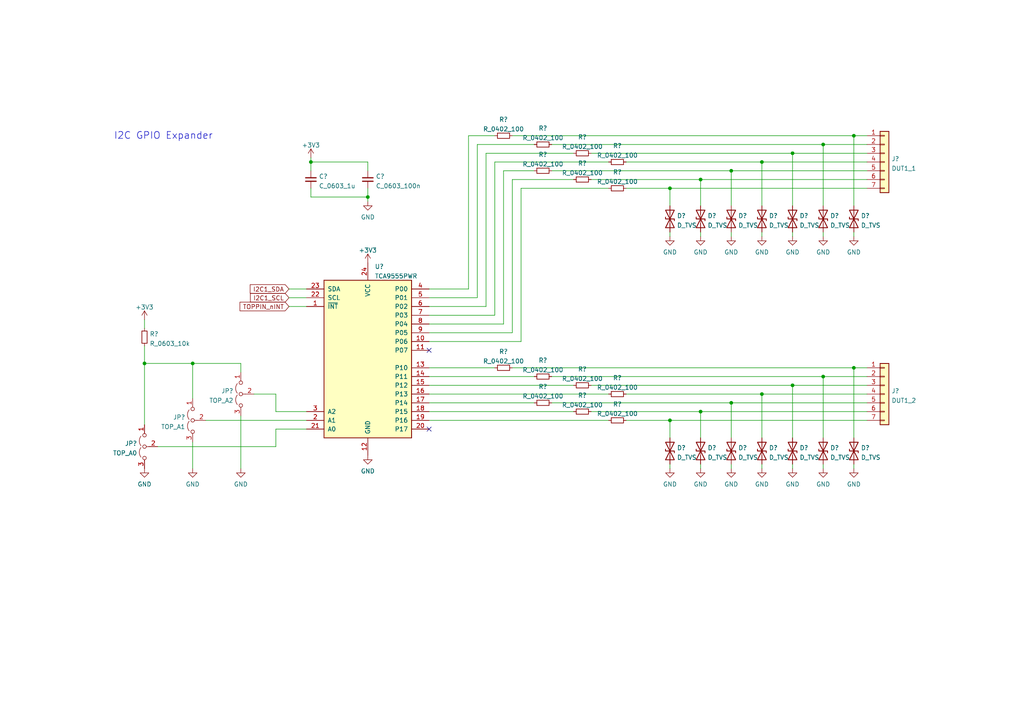
<source format=kicad_sch>
(kicad_sch (version 20211123) (generator eeschema)
  (paper "A4")
  (lib_symbols
    (symbol "Connector_Generic:Conn_01x07" (pin_names (offset 1.016) hide)
      (property "Reference" "J" (at 0 10.16 0))
      (property "Value" "Conn_01x07" (at 0 -10.16 0))
      (symbol "Conn_01x07_1_1"
        (rectangle (start -1.27 -7.493) (end 0 -7.747) (stroke (width 0.1524)))
        (rectangle (start -1.27 -4.953) (end 0 -5.207) (stroke (width 0.1524)))
        (rectangle (start -1.27 -2.413) (end 0 -2.667) (stroke (width 0.1524)))
        (rectangle (start -1.27 0.127) (end 0 -0.127) (stroke (width 0.1524)))
        (rectangle (start -1.27 2.667) (end 0 2.413) (stroke (width 0.1524)))
        (rectangle (start -1.27 5.207) (end 0 4.953) (stroke (width 0.1524)))
        (rectangle (start -1.27 7.747) (end 0 7.493) (stroke (width 0.1524)))
        (rectangle (start -1.27 8.89) (end 1.27 -8.89) (stroke (width 0.254)) (fill (type background)))
        (pin passive line (at -5.08 7.62 0) (length 3.81) (name "Pin_1") (number "1"))
        (pin passive line (at -5.08 5.08 0) (length 3.81) (name "Pin_2") (number "2"))
        (pin passive line (at -5.08 2.54 0) (length 3.81) (name "Pin_3") (number "3"))
        (pin passive line (at -5.08 0 0) (length 3.81) (name "Pin_4") (number "4"))
        (pin passive line (at -5.08 -2.54 0) (length 3.81) (name "Pin_5") (number "5"))
        (pin passive line (at -5.08 -5.08 0) (length 3.81) (name "Pin_6") (number "6"))
        (pin passive line (at -5.08 -7.62 0) (length 3.81) (name "Pin_7") (number "7"))
      )
    )
    (symbol "Device:D_TVS" (pin_numbers hide) (pin_names (offset 1.016) hide)
      (property "Reference" "D" (at 0 2.54 0))
      (property "Value" "D_TVS" (at 0 -2.54 0))
      (symbol "D_TVS_0_1"
        (polyline (pts (xy 1.27 0) (xy -1.27 0)))
        (polyline (pts (xy 0.508 1.27) (xy 0 1.27) (xy 0 -1.27) (xy -0.508 -1.27)) (stroke (width 0.254)))
        (polyline (pts (xy -2.54 1.27) (xy -2.54 -1.27) (xy 2.54 1.27) (xy 2.54 -1.27) (xy -2.54 1.27)) (stroke (width 0.254)))
      )
      (symbol "D_TVS_1_1"
        (pin passive line (at -3.81 0 0) (length 2.54) (name "A1") (number "1"))
        (pin passive line (at 3.81 0 180) (length 2.54) (name "A2") (number "2"))
      )
    )
    (symbol "Interface_Expansion:TCA9555PWR" (pin_names (offset 1.016))
      (property "Reference" "U" (at -11.43 24.13 0))
      (property "Value" "TCA9555PWR" (at 0 0 0))
      (symbol "TCA9555PWR_0_1"
        (rectangle (start -12.7 22.86) (end 12.7 -22.86) (stroke (width 0.254)) (fill (type background)))
      )
      (symbol "TCA9555PWR_1_1"
        (pin open_collector line (at -17.78 15.24 0) (length 5.08) (name "~{INT}") (number "1"))
        (pin bidirectional line (at 17.78 5.08 180) (length 5.08) (name "P06") (number "10"))
        (pin bidirectional line (at 17.78 2.54 180) (length 5.08) (name "P07") (number "11"))
        (pin power_in line (at 0 -27.94 90) (length 5.08) (name "GND") (number "12"))
        (pin bidirectional line (at 17.78 -2.54 180) (length 5.08) (name "P10") (number "13"))
        (pin bidirectional line (at 17.78 -5.08 180) (length 5.08) (name "P11") (number "14"))
        (pin bidirectional line (at 17.78 -7.62 180) (length 5.08) (name "P12") (number "15"))
        (pin bidirectional line (at 17.78 -10.16 180) (length 5.08) (name "P13") (number "16"))
        (pin bidirectional line (at 17.78 -12.7 180) (length 5.08) (name "P14") (number "17"))
        (pin bidirectional line (at 17.78 -15.24 180) (length 5.08) (name "P15") (number "18"))
        (pin bidirectional line (at 17.78 -17.78 180) (length 5.08) (name "P16") (number "19"))
        (pin input line (at -17.78 -17.78 0) (length 5.08) (name "A1") (number "2"))
        (pin bidirectional line (at 17.78 -20.32 180) (length 5.08) (name "P17") (number "20"))
        (pin input line (at -17.78 -20.32 0) (length 5.08) (name "A0") (number "21"))
        (pin input line (at -17.78 17.78 0) (length 5.08) (name "SCL") (number "22"))
        (pin bidirectional line (at -17.78 20.32 0) (length 5.08) (name "SDA") (number "23"))
        (pin power_in line (at 0 27.94 270) (length 5.08) (name "VCC") (number "24"))
        (pin input line (at -17.78 -15.24 0) (length 5.08) (name "A2") (number "3"))
        (pin bidirectional line (at 17.78 20.32 180) (length 5.08) (name "P00") (number "4"))
        (pin bidirectional line (at 17.78 17.78 180) (length 5.08) (name "P01") (number "5"))
        (pin bidirectional line (at 17.78 15.24 180) (length 5.08) (name "P02") (number "6"))
        (pin bidirectional line (at 17.78 12.7 180) (length 5.08) (name "P03") (number "7"))
        (pin bidirectional line (at 17.78 10.16 180) (length 5.08) (name "P04") (number "8"))
        (pin bidirectional line (at 17.78 7.62 180) (length 5.08) (name "P05") (number "9"))
      )
    )
    (symbol "JLCPCB_Capacitors_Basic:C_0603_100n" (pin_numbers hide) (pin_names (offset 0.254) hide)
      (property "Reference" "C" (at 0.762 0.508 0))
      (property "Value" "C_0603_100n" (at 0.254 -2.032 0))
      (symbol "C_0603_100n_0_1"
        (polyline (pts (xy -1.524 -0.508) (xy 1.524 -0.508)) (stroke (width 0.3302)))
        (polyline (pts (xy -1.524 0.508) (xy 1.524 0.508)) (stroke (width 0.3302)))
      )
      (symbol "C_0603_100n_1_1"
        (pin passive line (at 0 2.54 270) (length 2.032) (name "~") (number "1"))
        (pin passive line (at 0 -2.54 90) (length 2.032) (name "~") (number "2"))
      )
    )
    (symbol "JLCPCB_Capacitors_Basic:C_0603_1u" (pin_numbers hide) (pin_names (offset 0.254) hide)
      (property "Reference" "C" (at 0.762 0.508 0))
      (property "Value" "C_0603_1u" (at 0.254 -2.032 0))
      (symbol "C_0603_1u_0_1"
        (polyline (pts (xy -1.524 -0.508) (xy 1.524 -0.508)) (stroke (width 0.3302)))
        (polyline (pts (xy -1.524 0.508) (xy 1.524 0.508)) (stroke (width 0.3302)))
      )
      (symbol "C_0603_1u_1_1"
        (pin passive line (at 0 2.54 270) (length 2.032) (name "~") (number "1"))
        (pin passive line (at 0 -2.54 90) (length 2.032) (name "~") (number "2"))
      )
    )
    (symbol "JLCPCB_Resistors_Basic:R_0402_100" (pin_numbers hide) (pin_names (offset 0.254) hide)
      (property "Reference" "R" (at 0.762 0.508 0))
      (property "Value" "R_0402_100" (at 0.762 -1.016 0))
      (symbol "R_0402_100_0_1"
        (rectangle (start -0.762 1.778) (end 0.762 -1.778) (stroke (width 0.2032)))
      )
      (symbol "R_0402_100_1_1"
        (pin passive line (at 0 2.54 270) (length 0.762) (name "") (number "1"))
        (pin passive line (at 0 -2.54 90) (length 0.762) (name "~") (number "2"))
      )
    )
    (symbol "JLCPCB_Resistors_Basic:R_0603_10k" (pin_numbers hide) (pin_names (offset 0.254) hide)
      (property "Reference" "R" (at 0.762 0.508 0))
      (property "Value" "R_0603_10k" (at 0.762 -1.016 0))
      (symbol "R_0603_10k_0_1"
        (rectangle (start -0.762 1.778) (end 0.762 -1.778) (stroke (width 0.2032)))
      )
      (symbol "R_0603_10k_1_1"
        (pin passive line (at 0 2.54 270) (length 0.762) (name "") (number "1"))
        (pin passive line (at 0 -2.54 90) (length 0.762) (name "~") (number "2"))
      )
    )
    (symbol "Jumper:Jumper_3_Open" (pin_names (offset 0) hide)
      (property "Reference" "JP" (at -2.54 -2.54 0))
      (property "Value" "Jumper_3_Open" (at 0 2.794 0))
      (symbol "Jumper_3_Open_0_0"
        (circle (center -3.302 0) (radius 0.508))
        (circle (center 0 0) (radius 0.508))
        (circle (center 3.302 0) (radius 0.508))
      )
      (symbol "Jumper_3_Open_0_1"
        (arc (start -0.254 1.016) (mid -1.651 1.4992) (end -3.048 1.016))
        (polyline (pts (xy 0 -0.508) (xy 0 -1.27)))
        (arc (start 3.048 1.016) (mid 1.651 1.4992) (end 0.254 1.016))
      )
      (symbol "Jumper_3_Open_1_1"
        (pin passive line (at -6.35 0 0) (length 2.54) (name "A") (number "1"))
        (pin input line (at 0 -3.81 90) (length 2.54) (name "C") (number "2"))
        (pin passive line (at 6.35 0 180) (length 2.54) (name "B") (number "3"))
      )
    )
    (symbol "power:+3V3" (power) (pin_names (offset 0))
      (property "Value" "+3V3" (at 0 3.556 0))
      (symbol "+3V3_0_1"
        (polyline (pts (xy -0.762 1.27) (xy 0 2.54)))
        (polyline (pts (xy 0 0) (xy 0 2.54)))
        (polyline (pts (xy 0 2.54) (xy 0.762 1.27)))
      )
      (symbol "+3V3_1_1"
        (pin power_in line (at 0 0 90) (length 0) hide (name "+3V3") (number "1"))
      )
    )
    (symbol "power:GND" (power) (pin_names (offset 0))
      (property "Value" "GND" (at 0 -3.81 0))
      (symbol "GND_0_1"
        (polyline (pts (xy 0 0) (xy 0 -1.27) (xy 1.27 -1.27) (xy 0 -2.54) (xy -1.27 -1.27) (xy 0 -1.27)))
      )
      (symbol "GND_1_1"
        (pin power_in line (at 0 0 270) (length 0) hide (name "GND") (number "1"))
      )
    )
  )
  (junction (at 55.88 105.41))
  (junction (at 203.2 52.07))
  (junction (at 229.87 111.76))
  (junction (at 194.31 121.92))
  (junction (at 41.91 105.41))
  (junction (at 194.31 54.61))
  (junction (at 220.98 114.3))
  (junction (at 212.09 116.84))
  (junction (at 220.98 46.99))
  (junction (at 229.87 44.45))
  (junction (at 106.68 57.15))
  (junction (at 203.2 119.38))
  (junction (at 238.76 41.91))
  (junction (at 212.09 49.53))
  (junction (at 90.17 46.99))
  (junction (at 247.65 39.37))
  (junction (at 247.65 106.68))
  (junction (at 238.76 109.22))
  (no_connect (at 124.46 124.46))
  (no_connect (at 124.46 101.6))
  (wire (pts (xy 41.91 123.19) (xy 41.91 105.41)))
  (wire (pts (xy 212.09 67.31) (xy 212.09 68.58)))
  (wire (pts (xy 140.97 44.45) (xy 140.97 88.9)))
  (wire (pts (xy 181.61 54.61) (xy 194.31 54.61)))
  (wire (pts (xy 90.17 45.72) (xy 90.17 46.99)))
  (wire (pts (xy 154.94 109.22) (xy 124.46 109.22)))
  (wire (pts (xy 251.46 119.38) (xy 203.2 119.38)))
  (wire (pts (xy 203.2 119.38) (xy 203.2 127)))
  (wire (pts (xy 138.43 86.36) (xy 124.46 86.36)))
  (wire (pts (xy 229.87 134.62) (xy 229.87 135.89)))
  (wire (pts (xy 171.45 52.07) (xy 203.2 52.07)))
  (wire (pts (xy 146.05 49.53) (xy 146.05 93.98)))
  (wire (pts (xy 166.37 119.38) (xy 124.46 119.38)))
  (wire (pts (xy 251.46 46.99) (xy 220.98 46.99)))
  (wire (pts (xy 106.68 46.99) (xy 90.17 46.99)))
  (wire (pts (xy 251.46 39.37) (xy 247.65 39.37)))
  (wire (pts (xy 238.76 67.31) (xy 238.76 68.58)))
  (wire (pts (xy 166.37 52.07) (xy 148.59 52.07)))
  (wire (pts (xy 146.05 93.98) (xy 124.46 93.98)))
  (wire (pts (xy 143.51 106.68) (xy 124.46 106.68)))
  (wire (pts (xy 135.89 39.37) (xy 135.89 83.82)))
  (wire (pts (xy 106.68 49.53) (xy 106.68 46.99)))
  (wire (pts (xy 247.65 106.68) (xy 148.59 106.68)))
  (wire (pts (xy 238.76 134.62) (xy 238.76 135.89)))
  (wire (pts (xy 83.82 88.9) (xy 88.9 88.9)))
  (wire (pts (xy 166.37 44.45) (xy 140.97 44.45)))
  (wire (pts (xy 106.68 57.15) (xy 106.68 58.42)))
  (wire (pts (xy 251.46 109.22) (xy 238.76 109.22)))
  (wire (pts (xy 212.09 49.53) (xy 212.09 59.69)))
  (wire (pts (xy 229.87 111.76) (xy 171.45 111.76)))
  (wire (pts (xy 203.2 119.38) (xy 171.45 119.38)))
  (wire (pts (xy 212.09 116.84) (xy 160.02 116.84)))
  (wire (pts (xy 55.88 105.41) (xy 69.85 105.41)))
  (wire (pts (xy 220.98 114.3) (xy 181.61 114.3)))
  (wire (pts (xy 194.31 54.61) (xy 194.31 59.69)))
  (wire (pts (xy 203.2 52.07) (xy 203.2 59.69)))
  (wire (pts (xy 194.31 121.92) (xy 194.31 127)))
  (wire (pts (xy 229.87 111.76) (xy 229.87 127)))
  (wire (pts (xy 80.01 124.46) (xy 80.01 129.54)))
  (wire (pts (xy 171.45 44.45) (xy 229.87 44.45)))
  (wire (pts (xy 166.37 111.76) (xy 124.46 111.76)))
  (wire (pts (xy 80.01 129.54) (xy 45.72 129.54)))
  (wire (pts (xy 251.46 44.45) (xy 229.87 44.45)))
  (wire (pts (xy 176.53 114.3) (xy 124.46 114.3)))
  (wire (pts (xy 135.89 83.82) (xy 124.46 83.82)))
  (wire (pts (xy 220.98 67.31) (xy 220.98 68.58)))
  (wire (pts (xy 176.53 54.61) (xy 151.13 54.61)))
  (wire (pts (xy 41.91 105.41) (xy 41.91 100.33)))
  (wire (pts (xy 88.9 124.46) (xy 80.01 124.46)))
  (wire (pts (xy 73.66 114.3) (xy 80.01 114.3)))
  (wire (pts (xy 55.88 105.41) (xy 55.88 115.57)))
  (wire (pts (xy 181.61 46.99) (xy 220.98 46.99)))
  (wire (pts (xy 220.98 46.99) (xy 220.98 59.69)))
  (wire (pts (xy 247.65 134.62) (xy 247.65 135.89)))
  (wire (pts (xy 251.46 121.92) (xy 194.31 121.92)))
  (wire (pts (xy 251.46 41.91) (xy 238.76 41.91)))
  (wire (pts (xy 238.76 109.22) (xy 238.76 127)))
  (wire (pts (xy 247.65 67.31) (xy 247.65 68.58)))
  (wire (pts (xy 83.82 83.82) (xy 88.9 83.82)))
  (wire (pts (xy 229.87 67.31) (xy 229.87 68.58)))
  (wire (pts (xy 251.46 114.3) (xy 220.98 114.3)))
  (wire (pts (xy 238.76 41.91) (xy 238.76 59.69)))
  (wire (pts (xy 83.82 86.36) (xy 88.9 86.36)))
  (wire (pts (xy 194.31 134.62) (xy 194.31 135.89)))
  (wire (pts (xy 143.51 91.44) (xy 124.46 91.44)))
  (wire (pts (xy 203.2 67.31) (xy 203.2 68.58)))
  (wire (pts (xy 59.69 121.92) (xy 88.9 121.92)))
  (wire (pts (xy 176.53 121.92) (xy 124.46 121.92)))
  (wire (pts (xy 106.68 57.15) (xy 106.68 54.61)))
  (wire (pts (xy 143.51 46.99) (xy 143.51 91.44)))
  (wire (pts (xy 148.59 39.37) (xy 247.65 39.37)))
  (wire (pts (xy 80.01 114.3) (xy 80.01 119.38)))
  (wire (pts (xy 41.91 105.41) (xy 55.88 105.41)))
  (wire (pts (xy 251.46 116.84) (xy 212.09 116.84)))
  (wire (pts (xy 247.65 39.37) (xy 247.65 59.69)))
  (wire (pts (xy 212.09 116.84) (xy 212.09 127)))
  (wire (pts (xy 194.31 67.31) (xy 194.31 68.58)))
  (wire (pts (xy 203.2 134.62) (xy 203.2 135.89)))
  (wire (pts (xy 251.46 52.07) (xy 203.2 52.07)))
  (wire (pts (xy 220.98 114.3) (xy 220.98 127)))
  (wire (pts (xy 160.02 41.91) (xy 238.76 41.91)))
  (wire (pts (xy 251.46 106.68) (xy 247.65 106.68)))
  (wire (pts (xy 247.65 106.68) (xy 247.65 127)))
  (wire (pts (xy 88.9 119.38) (xy 80.01 119.38)))
  (wire (pts (xy 148.59 96.52) (xy 124.46 96.52)))
  (wire (pts (xy 229.87 44.45) (xy 229.87 59.69)))
  (wire (pts (xy 41.91 95.25) (xy 41.91 92.71)))
  (wire (pts (xy 194.31 121.92) (xy 181.61 121.92)))
  (wire (pts (xy 69.85 120.65) (xy 69.85 135.89)))
  (wire (pts (xy 251.46 49.53) (xy 212.09 49.53)))
  (wire (pts (xy 194.31 54.61) (xy 251.46 54.61)))
  (wire (pts (xy 55.88 128.27) (xy 55.88 135.89)))
  (wire (pts (xy 90.17 46.99) (xy 90.17 49.53)))
  (wire (pts (xy 220.98 134.62) (xy 220.98 135.89)))
  (wire (pts (xy 154.94 41.91) (xy 138.43 41.91)))
  (wire (pts (xy 154.94 49.53) (xy 146.05 49.53)))
  (wire (pts (xy 90.17 57.15) (xy 106.68 57.15)))
  (wire (pts (xy 251.46 111.76) (xy 229.87 111.76)))
  (wire (pts (xy 176.53 46.99) (xy 143.51 46.99)))
  (wire (pts (xy 90.17 54.61) (xy 90.17 57.15)))
  (wire (pts (xy 143.51 39.37) (xy 135.89 39.37)))
  (wire (pts (xy 160.02 49.53) (xy 212.09 49.53)))
  (wire (pts (xy 151.13 99.06) (xy 151.13 54.61)))
  (wire (pts (xy 69.85 107.95) (xy 69.85 105.41)))
  (wire (pts (xy 124.46 99.06) (xy 151.13 99.06)))
  (wire (pts (xy 212.09 134.62) (xy 212.09 135.89)))
  (wire (pts (xy 148.59 52.07) (xy 148.59 96.52)))
  (wire (pts (xy 154.94 116.84) (xy 124.46 116.84)))
  (wire (pts (xy 238.76 109.22) (xy 160.02 109.22)))
  (wire (pts (xy 140.97 88.9) (xy 124.46 88.9)))
  (wire (pts (xy 138.43 41.91) (xy 138.43 86.36)))
  (text "I2C GPIO Expander" (at 33.02 40.64 0) (effects (font (size 2 2)) (justify left bottom)))
  (global_label "TOPPIN_nINT" (shape input) (at 83.82 88.9 180) (property "Intersheet References" "${INTERSHEET_REFS}" (effects hide)))
  (global_label "I2C1_SDA" (shape input) (at 83.82 83.82 180) (property "Intersheet References" "${INTERSHEET_REFS}" (effects hide)))
  (global_label "I2C1_SCL" (shape input) (at 83.82 86.36 180) (property "Intersheet References" "${INTERSHEET_REFS}" (effects hide)))
  (symbol (lib_id "Device:D_TVS") (at 203.2 63.5 90) (unit 1)
    (property "Reference" "D?" (at 205.232 62.5915 90) (effects (justify right)))
    (property "Value" "D_TVS" (at 205.232 65.3666 90) (effects (justify right)))
    (property "Footprint" "Diode_SMD:D_SOD-323_HandSoldering" (effects hide))
    (property "LCSC Part #" "C85200" (effects hide))
  )
  (symbol (lib_id "JLCPCB_Resistors_Basic:R_0402_100") (at 168.91 111.76 90) (unit 1)
    (property "Reference" "R?" (at 168.91 107.0569 90))
    (property "Value" "R_0402_100" (at 168.91 109.832 90))
    (property "Footprint" "Resistor_SMD:R_0402_1005Metric" (effects hide))
    (property "Datasheet" "https://datasheet.lcsc.com/lcsc/2110252230_UNI-ROYAL-Uniroyal-Elec-0402WGF1000TCE_C25076.pdf" (effects hide))
    (property "LCSC Part #" "C25076" (effects hide))
  )
  (symbol (lib_id "Device:D_TVS") (at 229.87 130.81 90) (unit 1)
    (property "Reference" "D?" (at 231.902 129.9015 90) (effects (justify right)))
    (property "Value" "D_TVS" (at 231.902 132.6766 90) (effects (justify right)))
    (property "Footprint" "Diode_SMD:D_SOD-323_HandSoldering" (effects hide))
    (property "LCSC Part #" "C85200" (effects hide))
  )
  (symbol (lib_id "power:GND") (at 41.91 135.89 0) (unit 1)
    (property "Reference" "#PWR?" (effects hide))
    (property "Value" "GND" (at 41.91 140.4525 0))
  )
  (symbol (lib_id "Device:D_TVS") (at 238.76 130.81 90) (unit 1)
    (property "Reference" "D?" (at 240.792 129.9015 90) (effects (justify right)))
    (property "Value" "D_TVS" (at 240.792 132.6766 90) (effects (justify right)))
    (property "Footprint" "Diode_SMD:D_SOD-323_HandSoldering" (effects hide))
    (property "LCSC Part #" "C85200" (effects hide))
  )
  (symbol (lib_id "Connector_Generic:Conn_01x07") (at 256.54 114.3 0) (unit 1)
    (property "Reference" "J?" (at 258.572 113.3915 0) (effects (justify left)))
    (property "Value" "DUT1_2" (at 258.572 116.1666 0) (effects (justify left)))
  )
  (symbol (lib_id "power:GND") (at 106.68 58.42 0) (unit 1)
    (property "Reference" "#PWR?" (effects hide))
    (property "Value" "GND" (at 106.68 62.9825 0))
  )
  (symbol (lib_id "power:+3V3") (at 90.17 45.72 0) (unit 1)
    (property "Reference" "#PWR?" (effects hide))
    (property "Value" "+3V3" (at 90.17 42.1155 0))
  )
  (symbol (lib_id "power:GND") (at 238.76 135.89 0) (unit 1)
    (property "Reference" "#PWR?" (effects hide))
    (property "Value" "GND" (at 238.76 140.4525 0))
  )
  (symbol (lib_id "Jumper:Jumper_3_Open") (at 69.85 114.3 90) (mirror x) (unit 1)
    (property "Reference" "JP?" (at 67.7158 113.3915 90) (effects (justify left)))
    (property "Value" "TOP_A2" (at 67.7158 116.1666 90) (effects (justify left)))
    (property "Footprint" "Jumper:SolderJumper-3_P1.3mm_Open_RoundedPad1.0x1.5mm" (effects hide))
  )
  (symbol (lib_id "Device:D_TVS") (at 194.31 63.5 90) (unit 1)
    (property "Reference" "D?" (at 196.342 62.5915 90) (effects (justify right)))
    (property "Value" "D_TVS" (at 196.342 65.3666 90) (effects (justify right)))
    (property "Footprint" "Diode_SMD:D_SOD-323_HandSoldering" (effects hide))
    (property "LCSC Part #" "C85200" (effects hide))
  )
  (symbol (lib_id "Device:D_TVS") (at 247.65 130.81 90) (unit 1)
    (property "Reference" "D?" (at 249.682 129.9015 90) (effects (justify right)))
    (property "Value" "D_TVS" (at 249.682 132.6766 90) (effects (justify right)))
    (property "Footprint" "Diode_SMD:D_SOD-323_HandSoldering" (effects hide))
    (property "LCSC Part #" "C85200" (effects hide))
  )
  (symbol (lib_id "power:GND") (at 212.09 135.89 0) (unit 1)
    (property "Reference" "#PWR?" (effects hide))
    (property "Value" "GND" (at 212.09 140.4525 0))
  )
  (symbol (lib_id "JLCPCB_Resistors_Basic:R_0402_100") (at 157.48 109.22 90) (unit 1)
    (property "Reference" "R?" (at 157.48 104.5169 90))
    (property "Value" "R_0402_100" (at 157.48 107.292 90))
    (property "Footprint" "Resistor_SMD:R_0402_1005Metric" (effects hide))
    (property "Datasheet" "https://datasheet.lcsc.com/lcsc/2110252230_UNI-ROYAL-Uniroyal-Elec-0402WGF1000TCE_C25076.pdf" (effects hide))
    (property "LCSC Part #" "C25076" (effects hide))
  )
  (symbol (lib_id "Device:D_TVS") (at 247.65 63.5 90) (unit 1)
    (property "Reference" "D?" (at 249.682 62.5915 90) (effects (justify right)))
    (property "Value" "D_TVS" (at 249.682 65.3666 90) (effects (justify right)))
    (property "Footprint" "Diode_SMD:D_SOD-323_HandSoldering" (effects hide))
    (property "LCSC Part #" "C85200" (effects hide))
  )
  (symbol (lib_id "Device:D_TVS") (at 194.31 130.81 90) (unit 1)
    (property "Reference" "D?" (at 196.342 129.9015 90) (effects (justify right)))
    (property "Value" "D_TVS" (at 196.342 132.6766 90) (effects (justify right)))
    (property "Footprint" "Diode_SMD:D_SOD-323_HandSoldering" (effects hide))
    (property "LCSC Part #" "C85200" (effects hide))
  )
  (symbol (lib_id "power:GND") (at 247.65 135.89 0) (unit 1)
    (property "Reference" "#PWR?" (effects hide))
    (property "Value" "GND" (at 247.65 140.4525 0))
  )
  (symbol (lib_id "power:GND") (at 212.09 68.58 0) (unit 1)
    (property "Reference" "#PWR?" (effects hide))
    (property "Value" "GND" (at 212.09 73.1425 0))
  )
  (symbol (lib_id "JLCPCB_Resistors_Basic:R_0402_100") (at 157.48 116.84 90) (unit 1)
    (property "Reference" "R?" (at 157.48 112.1369 90))
    (property "Value" "R_0402_100" (at 157.48 114.912 90))
    (property "Footprint" "Resistor_SMD:R_0402_1005Metric" (effects hide))
    (property "Datasheet" "https://datasheet.lcsc.com/lcsc/2110252230_UNI-ROYAL-Uniroyal-Elec-0402WGF1000TCE_C25076.pdf" (effects hide))
    (property "LCSC Part #" "C25076" (effects hide))
  )
  (symbol (lib_id "Jumper:Jumper_3_Open") (at 41.91 129.54 90) (mirror x) (unit 1)
    (property "Reference" "JP?" (at 39.7758 128.6315 90) (effects (justify left)))
    (property "Value" "TOP_A0" (at 39.7758 131.4066 90) (effects (justify left)))
    (property "Footprint" "Jumper:SolderJumper-3_P1.3mm_Open_RoundedPad1.0x1.5mm" (effects hide))
  )
  (symbol (lib_id "JLCPCB_Resistors_Basic:R_0402_100") (at 168.91 119.38 90) (unit 1)
    (property "Reference" "R?" (at 168.91 114.6769 90))
    (property "Value" "R_0402_100" (at 168.91 117.452 90))
    (property "Footprint" "Resistor_SMD:R_0402_1005Metric" (effects hide))
    (property "Datasheet" "https://datasheet.lcsc.com/lcsc/2110252230_UNI-ROYAL-Uniroyal-Elec-0402WGF1000TCE_C25076.pdf" (effects hide))
    (property "LCSC Part #" "C25076" (effects hide))
  )
  (symbol (lib_id "JLCPCB_Resistors_Basic:R_0402_100") (at 179.07 114.3 90) (unit 1)
    (property "Reference" "R?" (at 179.07 109.5969 90))
    (property "Value" "R_0402_100" (at 179.07 112.372 90))
    (property "Footprint" "Resistor_SMD:R_0402_1005Metric" (effects hide))
    (property "Datasheet" "https://datasheet.lcsc.com/lcsc/2110252230_UNI-ROYAL-Uniroyal-Elec-0402WGF1000TCE_C25076.pdf" (effects hide))
    (property "LCSC Part #" "C25076" (effects hide))
  )
  (symbol (lib_id "power:GND") (at 203.2 135.89 0) (unit 1)
    (property "Reference" "#PWR?" (effects hide))
    (property "Value" "GND" (at 203.2 140.4525 0))
  )
  (symbol (lib_id "power:+3V3") (at 41.91 92.71 0) (unit 1)
    (property "Reference" "#PWR?" (effects hide))
    (property "Value" "+3V3" (at 41.91 89.1055 0))
  )
  (symbol (lib_id "JLCPCB_Capacitors_Basic:C_0603_1u") (at 90.17 52.07 0) (unit 1)
    (property "Reference" "C?" (at 92.4941 51.1615 0) (effects (justify left)))
    (property "Value" "C_0603_1u" (at 92.4941 53.9366 0) (effects (justify left)))
    (property "Footprint" "Capacitor_SMD:C_0603_1608Metric" (effects hide))
    (property "Datasheet" "https://datasheet.lcsc.com/lcsc/1810261812_Samsung-Electro-Mechanics-CL10A105KB8NNNC_C15849.pdf" (effects hide))
    (property "LCSC Part #" "C15849" (effects hide))
  )
  (symbol (lib_id "Jumper:Jumper_3_Open") (at 55.88 121.92 90) (mirror x) (unit 1)
    (property "Reference" "JP?" (at 53.7458 121.0115 90) (effects (justify left)))
    (property "Value" "TOP_A1" (at 53.7458 123.7866 90) (effects (justify left)))
    (property "Footprint" "Jumper:SolderJumper-3_P1.3mm_Open_RoundedPad1.0x1.5mm" (effects hide))
  )
  (symbol (lib_id "power:GND") (at 229.87 68.58 0) (unit 1)
    (property "Reference" "#PWR?" (effects hide))
    (property "Value" "GND" (at 229.87 73.1425 0))
  )
  (symbol (lib_id "JLCPCB_Resistors_Basic:R_0402_100") (at 179.07 54.61 90) (unit 1)
    (property "Reference" "R?" (at 179.07 49.9069 90))
    (property "Value" "R_0402_100" (at 179.07 52.682 90))
    (property "Footprint" "Resistor_SMD:R_0402_1005Metric" (effects hide))
    (property "Datasheet" "https://datasheet.lcsc.com/lcsc/2110252230_UNI-ROYAL-Uniroyal-Elec-0402WGF1000TCE_C25076.pdf" (effects hide))
    (property "LCSC Part #" "C25076" (effects hide))
  )
  (symbol (lib_id "JLCPCB_Resistors_Basic:R_0402_100") (at 168.91 44.45 90) (unit 1)
    (property "Reference" "R?" (at 168.91 39.7469 90))
    (property "Value" "R_0402_100" (at 168.91 42.522 90))
    (property "Footprint" "Resistor_SMD:R_0402_1005Metric" (effects hide))
    (property "Datasheet" "https://datasheet.lcsc.com/lcsc/2110252230_UNI-ROYAL-Uniroyal-Elec-0402WGF1000TCE_C25076.pdf" (effects hide))
    (property "LCSC Part #" "C25076" (effects hide))
  )
  (symbol (lib_id "Device:D_TVS") (at 212.09 63.5 90) (unit 1)
    (property "Reference" "D?" (at 214.122 62.5915 90) (effects (justify right)))
    (property "Value" "D_TVS" (at 214.122 65.3666 90) (effects (justify right)))
    (property "Footprint" "Diode_SMD:D_SOD-323_HandSoldering" (effects hide))
    (property "LCSC Part #" "C85200" (effects hide))
  )
  (symbol (lib_id "power:GND") (at 220.98 135.89 0) (unit 1)
    (property "Reference" "#PWR?" (effects hide))
    (property "Value" "GND" (at 220.98 140.4525 0))
  )
  (symbol (lib_id "JLCPCB_Resistors_Basic:R_0402_100") (at 157.48 41.91 90) (unit 1)
    (property "Reference" "R?" (at 157.48 37.2069 90))
    (property "Value" "R_0402_100" (at 157.48 39.982 90))
    (property "Footprint" "Resistor_SMD:R_0402_1005Metric" (effects hide))
    (property "Datasheet" "https://datasheet.lcsc.com/lcsc/2110252230_UNI-ROYAL-Uniroyal-Elec-0402WGF1000TCE_C25076.pdf" (effects hide))
    (property "LCSC Part #" "C25076" (effects hide))
  )
  (symbol (lib_id "JLCPCB_Resistors_Basic:R_0402_100") (at 168.91 52.07 90) (unit 1)
    (property "Reference" "R?" (at 168.91 47.3669 90))
    (property "Value" "R_0402_100" (at 168.91 50.142 90))
    (property "Footprint" "Resistor_SMD:R_0402_1005Metric" (effects hide))
    (property "Datasheet" "https://datasheet.lcsc.com/lcsc/2110252230_UNI-ROYAL-Uniroyal-Elec-0402WGF1000TCE_C25076.pdf" (effects hide))
    (property "LCSC Part #" "C25076" (effects hide))
  )
  (symbol (lib_id "power:GND") (at 55.88 135.89 0) (unit 1)
    (property "Reference" "#PWR?" (effects hide))
    (property "Value" "GND" (at 55.88 140.4525 0))
  )
  (symbol (lib_id "power:+3V3") (at 106.68 76.2 0) (unit 1)
    (property "Reference" "#PWR?" (effects hide))
    (property "Value" "+3V3" (at 106.68 72.5955 0))
  )
  (symbol (lib_id "power:GND") (at 194.31 135.89 0) (unit 1)
    (property "Reference" "#PWR?" (effects hide))
    (property "Value" "GND" (at 194.31 140.4525 0))
  )
  (symbol (lib_id "JLCPCB_Resistors_Basic:R_0402_100") (at 146.05 106.68 90) (unit 1)
    (property "Reference" "R?" (at 146.05 101.9769 90))
    (property "Value" "R_0402_100" (at 146.05 104.752 90))
    (property "Footprint" "Resistor_SMD:R_0402_1005Metric" (effects hide))
    (property "Datasheet" "https://datasheet.lcsc.com/lcsc/2110252230_UNI-ROYAL-Uniroyal-Elec-0402WGF1000TCE_C25076.pdf" (effects hide))
    (property "LCSC Part #" "C25076" (effects hide))
  )
  (symbol (lib_id "Device:D_TVS") (at 212.09 130.81 90) (unit 1)
    (property "Reference" "D?" (at 214.122 129.9015 90) (effects (justify right)))
    (property "Value" "D_TVS" (at 214.122 132.6766 90) (effects (justify right)))
    (property "Footprint" "Diode_SMD:D_SOD-323_HandSoldering" (effects hide))
    (property "LCSC Part #" "C85200" (effects hide))
  )
  (symbol (lib_id "power:GND") (at 220.98 68.58 0) (unit 1)
    (property "Reference" "#PWR?" (effects hide))
    (property "Value" "GND" (at 220.98 73.1425 0))
  )
  (symbol (lib_id "JLCPCB_Resistors_Basic:R_0603_10k") (at 41.91 97.79 0) (unit 1)
    (property "Reference" "R?" (at 43.4086 96.8815 0) (effects (justify left)))
    (property "Value" "R_0603_10k" (at 43.4086 99.6566 0) (effects (justify left)))
    (property "Footprint" "Resistor_SMD:R_0603_1608Metric" (effects hide))
    (property "Datasheet" "https://datasheet.lcsc.com/lcsc/2110260030_UNI-ROYAL-Uniroyal-Elec-0603WAF1002T5E_C25804.pdf" (effects hide))
    (property "LCSC Part #" "C25804" (effects hide))
  )
  (symbol (lib_id "power:GND") (at 203.2 68.58 0) (unit 1)
    (property "Reference" "#PWR?" (effects hide))
    (property "Value" "GND" (at 203.2 73.1425 0))
  )
  (symbol (lib_id "JLCPCB_Resistors_Basic:R_0402_100") (at 179.07 46.99 90) (unit 1)
    (property "Reference" "R?" (at 179.07 42.2869 90))
    (property "Value" "R_0402_100" (at 179.07 45.062 90))
    (property "Footprint" "Resistor_SMD:R_0402_1005Metric" (effects hide))
    (property "Datasheet" "https://datasheet.lcsc.com/lcsc/2110252230_UNI-ROYAL-Uniroyal-Elec-0402WGF1000TCE_C25076.pdf" (effects hide))
    (property "LCSC Part #" "C25076" (effects hide))
  )
  (symbol (lib_id "power:GND") (at 194.31 68.58 0) (unit 1)
    (property "Reference" "#PWR?" (effects hide))
    (property "Value" "GND" (at 194.31 73.1425 0))
  )
  (symbol (lib_id "power:GND") (at 106.68 132.08 0) (unit 1)
    (property "Reference" "#PWR?" (effects hide))
    (property "Value" "GND" (at 106.68 136.6425 0))
  )
  (symbol (lib_id "Device:D_TVS") (at 238.76 63.5 90) (unit 1)
    (property "Reference" "D?" (at 240.792 62.5915 90) (effects (justify right)))
    (property "Value" "D_TVS" (at 240.792 65.3666 90) (effects (justify right)))
    (property "Footprint" "Diode_SMD:D_SOD-323_HandSoldering" (effects hide))
    (property "LCSC Part #" "C85200" (effects hide))
  )
  (symbol (lib_id "Connector_Generic:Conn_01x07") (at 256.54 46.99 0) (unit 1)
    (property "Reference" "J?" (at 258.572 46.0815 0) (effects (justify left)))
    (property "Value" "DUT1_1" (at 258.572 48.8566 0) (effects (justify left)))
  )
  (symbol (lib_id "Device:D_TVS") (at 229.87 63.5 90) (unit 1)
    (property "Reference" "D?" (at 231.902 62.5915 90) (effects (justify right)))
    (property "Value" "D_TVS" (at 231.902 65.3666 90) (effects (justify right)))
    (property "Footprint" "Diode_SMD:D_SOD-323_HandSoldering" (effects hide))
    (property "LCSC Part #" "C85200" (effects hide))
  )
  (symbol (lib_id "power:GND") (at 69.85 135.89 0) (unit 1)
    (property "Reference" "#PWR?" (effects hide))
    (property "Value" "GND" (at 69.85 140.4525 0))
  )
  (symbol (lib_id "Device:D_TVS") (at 220.98 130.81 90) (unit 1)
    (property "Reference" "D?" (at 223.012 129.9015 90) (effects (justify right)))
    (property "Value" "D_TVS" (at 223.012 132.6766 90) (effects (justify right)))
    (property "Footprint" "Diode_SMD:D_SOD-323_HandSoldering" (effects hide))
    (property "LCSC Part #" "C85200" (effects hide))
  )
  (symbol (lib_id "JLCPCB_Capacitors_Basic:C_0603_100n") (at 106.68 52.07 0) (unit 1)
    (property "Reference" "C?" (at 109.0041 51.1615 0) (effects (justify left)))
    (property "Value" "C_0603_100n" (at 109.0041 53.9366 0) (effects (justify left)))
    (property "Footprint" "Capacitor_SMD:C_0603_1608Metric" (effects hide))
    (property "Datasheet" "https://datasheet.lcsc.com/lcsc/1809301912_YAGEO-CC0603KRX7R9BB104_C14663.pdf" (effects hide))
    (property "LCSC Part #" "C14663" (effects hide))
  )
  (symbol (lib_id "Device:D_TVS") (at 220.98 63.5 90) (unit 1)
    (property "Reference" "D?" (at 223.012 62.5915 90) (effects (justify right)))
    (property "Value" "D_TVS" (at 223.012 65.3666 90) (effects (justify right)))
    (property "Footprint" "Diode_SMD:D_SOD-323_HandSoldering" (effects hide))
    (property "LCSC Part #" "C85200" (effects hide))
  )
  (symbol (lib_id "Device:D_TVS") (at 203.2 130.81 90) (unit 1)
    (property "Reference" "D?" (at 205.232 129.9015 90) (effects (justify right)))
    (property "Value" "D_TVS" (at 205.232 132.6766 90) (effects (justify right)))
    (property "Footprint" "Diode_SMD:D_SOD-323_HandSoldering" (effects hide))
    (property "LCSC Part #" "C85200" (effects hide))
  )
  (symbol (lib_id "JLCPCB_Resistors_Basic:R_0402_100") (at 146.05 39.37 90) (unit 1)
    (property "Reference" "R?" (at 146.05 34.6669 90))
    (property "Value" "R_0402_100" (at 146.05 37.442 90))
    (property "Footprint" "Resistor_SMD:R_0402_1005Metric" (effects hide))
    (property "Datasheet" "https://datasheet.lcsc.com/lcsc/2110252230_UNI-ROYAL-Uniroyal-Elec-0402WGF1000TCE_C25076.pdf" (effects hide))
    (property "LCSC Part #" "C25076" (effects hide))
  )
  (symbol (lib_id "power:GND") (at 229.87 135.89 0) (unit 1)
    (property "Reference" "#PWR?" (effects hide))
    (property "Value" "GND" (at 229.87 140.4525 0))
  )
  (symbol (lib_id "Interface_Expansion:TCA9555PWR") (at 106.68 104.14 0) (unit 1)
    (property "Reference" "U?" (at 108.6994 77.3135 0) (effects (justify left)))
    (property "Value" "TCA9555PWR" (at 108.6994 80.0886 0) (effects (justify left)))
    (property "Footprint" "Package_SO:TSSOP-24_4.4x7.8mm_P0.65mm" (effects hide))
    (property "Datasheet" "http://www.ti.com/lit/ds/symlink/tca9555.pdf" (effects hide))
  )
  (symbol (lib_id "JLCPCB_Resistors_Basic:R_0402_100") (at 157.48 49.53 90) (unit 1)
    (property "Reference" "R?" (at 157.48 44.8269 90))
    (property "Value" "R_0402_100" (at 157.48 47.602 90))
    (property "Footprint" "Resistor_SMD:R_0402_1005Metric" (effects hide))
    (property "Datasheet" "https://datasheet.lcsc.com/lcsc/2110252230_UNI-ROYAL-Uniroyal-Elec-0402WGF1000TCE_C25076.pdf" (effects hide))
    (property "LCSC Part #" "C25076" (effects hide))
  )
  (symbol (lib_id "power:GND") (at 247.65 68.58 0) (unit 1)
    (property "Reference" "#PWR?" (effects hide))
    (property "Value" "GND" (at 247.65 73.1425 0))
  )
  (symbol (lib_id "power:GND") (at 238.76 68.58 0) (unit 1)
    (property "Reference" "#PWR?" (effects hide))
    (property "Value" "GND" (at 238.76 73.1425 0))
  )
  (symbol (lib_id "JLCPCB_Resistors_Basic:R_0402_100") (at 179.07 121.92 90) (unit 1)
    (property "Reference" "R?" (at 179.07 117.2169 90))
    (property "Value" "R_0402_100" (at 179.07 119.992 90))
    (property "Footprint" "Resistor_SMD:R_0402_1005Metric" (effects hide))
    (property "Datasheet" "https://datasheet.lcsc.com/lcsc/2110252230_UNI-ROYAL-Uniroyal-Elec-0402WGF1000TCE_C25076.pdf" (effects hide))
    (property "LCSC Part #" "C25076" (effects hide))
  )
)
</source>
